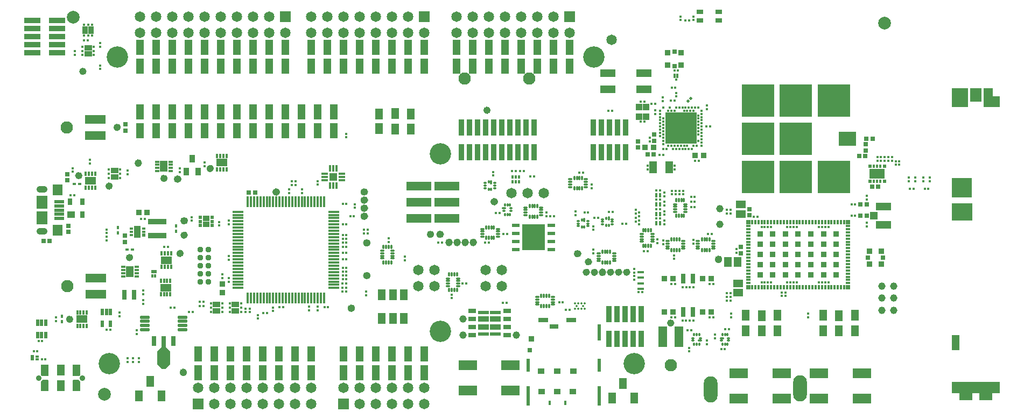
<source format=gts>
G04*
G04 #@! TF.GenerationSoftware,Altium Limited,Altium Designer,19.0.15 (446)*
G04*
G04 Layer_Color=8388736*
%FSLAX24Y24*%
%MOIN*%
G70*
G01*
G75*
%ADD148C,0.0240*%
%ADD149R,0.0979X0.0610*%
%ADD150C,0.0651*%
%ADD151C,0.0139*%
%ADD152R,0.0166X0.0178*%
%ADD153R,0.0316X0.0257*%
%ADD154O,0.0287X0.0118*%
%ADD155R,0.0157X0.0252*%
%ADD156R,0.0257X0.0316*%
%ADD157R,0.0157X0.0146*%
%ADD158R,0.0178X0.0166*%
%ADD159R,0.0146X0.0157*%
%ADD160R,0.0611X0.0493*%
%ADD161R,0.0493X0.0611*%
%ADD162R,0.0257X0.0296*%
%ADD163R,0.1063X0.0866*%
%ADD164R,0.2047X0.2047*%
%ADD165C,0.0454*%
%ADD166R,0.0505X0.0505*%
%ADD167O,0.0434X0.0158*%
%ADD168O,0.0158X0.0434*%
%ADD169R,0.0296X0.0257*%
%ADD170R,0.0118X0.0177*%
%ADD171R,0.0454X0.0690*%
%ADD172O,0.0132X0.0265*%
%ADD173O,0.0265X0.0132*%
%ADD174O,0.0304X0.0132*%
%ADD175R,0.0256X0.0276*%
%ADD176R,0.0296X0.0611*%
%ADD177R,0.0296X0.0729*%
%ADD178O,0.0118X0.0287*%
%ADD179R,0.1949X0.1949*%
%ADD180C,0.0148*%
%ADD181R,0.0560X0.1312*%
%ADD182R,0.0513X0.0237*%
%ADD183R,0.1399X0.1635*%
%ADD184R,0.0316X0.0198*%
%ADD185R,0.0242X0.0207*%
%ADD186R,0.0148X0.0207*%
%ADD187R,0.0406X0.0323*%
%ADD188R,0.0220X0.0209*%
%ADD189R,0.0453X0.0323*%
%ADD190R,0.0157X0.0177*%
%ADD191R,0.0323X0.0453*%
%ADD192R,0.0177X0.0157*%
%ADD193R,0.0355X0.0375*%
G04:AMPARAMS|DCode=194|XSize=15.7mil|YSize=14.6mil|CornerRadius=0mil|HoleSize=0mil|Usage=FLASHONLY|Rotation=315.000|XOffset=0mil|YOffset=0mil|HoleType=Round|Shape=Rectangle|*
%AMROTATEDRECTD194*
4,1,4,-0.0107,0.0004,-0.0004,0.0107,0.0107,-0.0004,0.0004,-0.0107,-0.0107,0.0004,0.0*
%
%ADD194ROTATEDRECTD194*%

%ADD195R,0.0157X0.0244*%
%ADD196R,0.0157X0.0232*%
%ADD197R,0.0493X0.0257*%
%ADD198R,0.0651X0.0198*%
%ADD199R,0.0651X0.0336*%
%ADD200R,0.0158X0.0296*%
%ADD201R,0.0150X0.0130*%
%ADD202R,0.0847X0.0847*%
%ADD203R,0.0395X0.0434*%
%ADD204O,0.0611X0.0217*%
%ADD205R,0.0257X0.0257*%
%ADD206R,0.1143X0.0611*%
%ADD207R,0.0150X0.0209*%
%ADD208R,0.0327X0.0209*%
%ADD209R,0.0209X0.0150*%
%ADD210R,0.0209X0.0327*%
%ADD211R,0.1560X0.0560*%
%ADD212R,0.0926X0.0473*%
%ADD213R,0.0473X0.0454*%
%ADD214R,0.0592X0.0217*%
%ADD215R,0.0670X0.0808*%
%ADD216R,0.0611X0.0690*%
%ADD217R,0.0462X0.0922*%
%ADD218O,0.0157X0.0689*%
%ADD219O,0.0689X0.0157*%
%ADD220O,0.0132X0.0304*%
%ADD221R,0.0690X0.0454*%
%ADD222R,0.0158X0.0296*%
%ADD223R,0.0202X0.0158*%
%ADD224R,0.0454X0.0690*%
%ADD225R,0.0296X0.0158*%
%ADD226R,0.0360X0.0460*%
%ADD227R,0.0158X0.0202*%
%ADD228R,0.0198X0.0414*%
%ADD229R,0.1312X0.0560*%
%ADD230C,0.0787*%
%ADD231R,0.1123X0.0375*%
%ADD232R,0.0414X0.0769*%
%ADD233R,0.0237X0.0158*%
%ADD234R,0.0237X0.0198*%
%ADD235R,0.0359X0.1005*%
%ADD236R,0.0414X0.0336*%
%ADD237R,0.0178X0.0296*%
%ADD238R,0.0237X0.1202*%
%ADD239R,0.0237X0.0808*%
%ADD240R,0.0296X0.0296*%
%ADD241R,0.0355X0.0336*%
%ADD242R,0.0611X0.0257*%
%ADD243R,0.0532X0.0316*%
%ADD244R,0.0237X0.1005*%
%ADD245R,0.0375X0.0355*%
%ADD246R,0.0288X0.0257*%
%ADD247C,0.0138*%
%ADD248R,0.0354X0.0354*%
%ADD249R,0.0252X0.0252*%
%ADD250R,0.0252X0.0157*%
%ADD251R,0.0157X0.0157*%
%ADD252C,0.0370*%
%ADD253R,0.0454X0.0769*%
%ADD254R,0.0360X0.0380*%
%ADD255R,0.0454X0.0395*%
%ADD256R,0.0296X0.0395*%
%ADD257R,0.1005X0.0359*%
%ADD258R,0.0380X0.0360*%
%ADD259R,0.0934X0.0462*%
%ADD260R,0.0434X0.0276*%
%ADD261R,0.0257X0.0288*%
%ADD262R,0.0355X0.0375*%
%ADD263R,0.0454X0.0690*%
%ADD264O,0.0847X0.1635*%
%ADD265C,0.0761*%
%ADD266C,0.0354*%
%ADD267O,0.0690X0.0414*%
%ADD268C,0.1320*%
%ADD269R,0.0651X0.0651*%
G36*
X59502Y19219D02*
X58832D01*
Y20046D01*
X59502D01*
Y19219D01*
D02*
G37*
G36*
X60210Y19554D02*
X60637D01*
Y18904D01*
X59659D01*
Y20046D01*
X60210D01*
Y19554D01*
D02*
G37*
G36*
X58675Y18904D02*
X57691D01*
Y20046D01*
X58675D01*
Y18904D01*
D02*
G37*
G36*
X58931Y13274D02*
X57691D01*
Y14495D01*
X58931D01*
Y13274D01*
D02*
G37*
G36*
X58950Y11845D02*
X57691D01*
Y12920D01*
X58950D01*
Y11845D01*
D02*
G37*
G36*
X58163Y3806D02*
X57691D01*
Y4751D01*
X58163D01*
Y3806D01*
D02*
G37*
G36*
X3686Y2918D02*
X3690Y2916D01*
X3695Y2915D01*
X3697Y2913D01*
X3699Y2912D01*
X3702Y2909D01*
Y2909D01*
X3702D01*
X3705Y2905D01*
X3706Y2904D01*
X3708Y2901D01*
X3710Y2897D01*
X3711Y2893D01*
X3711Y2888D01*
D01*
Y2888D01*
X3711Y2322D01*
X3711Y2317D01*
X3710Y2312D01*
X3708Y2308D01*
X3706Y2305D01*
X3705Y2304D01*
X3702Y2300D01*
X3639Y2237D01*
X3635Y2234D01*
X3631Y2231D01*
X3629Y2230D01*
X3627Y2229D01*
X3622Y2228D01*
X3617Y2228D01*
X3287Y2228D01*
X3287D01*
X3287D01*
X3283Y2228D01*
X3278Y2229D01*
X3276Y2230D01*
X3274Y2231D01*
X3270Y2234D01*
X3266Y2237D01*
Y2237D01*
X3266D01*
X3263Y2240D01*
X3261Y2244D01*
X3260Y2247D01*
X3259Y2249D01*
X3258Y2253D01*
X3257Y2258D01*
Y2258D01*
Y2258D01*
Y2888D01*
X3258Y2893D01*
X3259Y2897D01*
X3261Y2901D01*
X3263Y2905D01*
X3266Y2909D01*
X3270Y2912D01*
X3274Y2915D01*
X3278Y2916D01*
X3283Y2918D01*
X3287Y2918D01*
X3681D01*
D01*
X3681D01*
X3686Y2918D01*
D02*
G37*
G36*
X1717D02*
X1722Y2916D01*
X1726Y2915D01*
X1730Y2912D01*
X1734Y2909D01*
X1737Y2905D01*
X1739Y2901D01*
X1741Y2897D01*
X1742Y2893D01*
X1743Y2888D01*
Y2258D01*
Y2258D01*
Y2258D01*
X1742Y2253D01*
X1741Y2249D01*
X1740Y2247D01*
X1739Y2244D01*
X1737Y2240D01*
X1734Y2237D01*
X1734D01*
Y2237D01*
X1730Y2234D01*
X1726Y2231D01*
X1724Y2230D01*
X1722Y2229D01*
X1717Y2228D01*
X1713Y2228D01*
X1713D01*
X1713D01*
X1383Y2228D01*
X1378Y2228D01*
X1373Y2229D01*
X1371Y2230D01*
X1369Y2231D01*
X1365Y2234D01*
X1361Y2237D01*
X1298Y2300D01*
X1295Y2304D01*
X1294Y2305D01*
X1292Y2308D01*
X1290Y2312D01*
X1289Y2317D01*
X1289Y2322D01*
X1289Y2888D01*
Y2888D01*
D01*
X1289Y2893D01*
X1290Y2897D01*
X1292Y2901D01*
X1294Y2904D01*
X1295Y2905D01*
X1298Y2909D01*
X1298D01*
Y2909D01*
X1301Y2912D01*
X1303Y2913D01*
X1305Y2915D01*
X1310Y2916D01*
X1314Y2918D01*
X1319Y2918D01*
X1319D01*
D01*
X1713D01*
X1717Y2918D01*
D02*
G37*
G36*
X9000Y4024D02*
X9005Y4023D01*
X9009Y4021D01*
X9013Y4019D01*
X9017Y4016D01*
X9273Y3760D01*
X9276Y3756D01*
X9278Y3752D01*
X9280Y3748D01*
X9281Y3743D01*
X9281Y3738D01*
Y2951D01*
X9281Y2946D01*
X9280Y2942D01*
X9278Y2937D01*
X9276Y2933D01*
X9273Y2930D01*
X9017Y2674D01*
X9013Y2671D01*
X9009Y2668D01*
X9005Y2667D01*
X9000Y2665D01*
X8995Y2665D01*
X8759D01*
X8754Y2665D01*
X8750Y2667D01*
X8745Y2668D01*
X8741Y2671D01*
X8738Y2674D01*
X8482Y2930D01*
X8479Y2933D01*
X8476Y2937D01*
X8475Y2942D01*
X8473Y2946D01*
X8473Y2951D01*
Y3738D01*
X8473Y3743D01*
X8475Y3748D01*
X8476Y3752D01*
X8479Y3756D01*
X8482Y3760D01*
X8738Y4016D01*
X8741Y4019D01*
X8745Y4021D01*
X8750Y4023D01*
X8754Y4024D01*
X8759Y4024D01*
X8995D01*
X9000Y4024D01*
D02*
G37*
G36*
X3617Y1973D02*
X3622Y1973D01*
X3627Y1972D01*
X3629Y1971D01*
X3631Y1970D01*
X3635Y1967D01*
X3639Y1964D01*
X3702Y1901D01*
X3705Y1897D01*
X3706Y1895D01*
X3708Y1893D01*
X3710Y1889D01*
X3711Y1884D01*
X3711Y1879D01*
X3711Y1313D01*
Y1313D01*
D01*
X3711Y1308D01*
X3710Y1304D01*
X3708Y1299D01*
X3706Y1297D01*
X3705Y1295D01*
X3702Y1292D01*
X3702D01*
Y1292D01*
X3699Y1289D01*
X3697Y1288D01*
X3695Y1286D01*
X3690Y1284D01*
X3686Y1283D01*
X3681Y1283D01*
X3681D01*
D01*
X3287D01*
X3283Y1283D01*
X3278Y1284D01*
X3274Y1286D01*
X3270Y1289D01*
X3266Y1292D01*
X3263Y1295D01*
X3261Y1299D01*
X3259Y1304D01*
X3258Y1308D01*
X3257Y1313D01*
Y1943D01*
Y1943D01*
Y1943D01*
X3258Y1948D01*
X3259Y1952D01*
X3260Y1954D01*
X3261Y1957D01*
X3263Y1961D01*
X3266Y1964D01*
X3266D01*
Y1964D01*
X3270Y1967D01*
X3274Y1970D01*
X3276Y1971D01*
X3278Y1972D01*
X3283Y1973D01*
X3287Y1973D01*
X3287D01*
X3287D01*
X3617Y1973D01*
D02*
G37*
G36*
X1717Y1973D02*
X1722Y1972D01*
X1724Y1971D01*
X1726Y1970D01*
X1730Y1967D01*
X1734Y1964D01*
Y1964D01*
X1734D01*
X1737Y1961D01*
X1739Y1957D01*
X1740Y1954D01*
X1741Y1952D01*
X1742Y1948D01*
X1743Y1943D01*
Y1943D01*
Y1943D01*
Y1313D01*
X1742Y1308D01*
X1741Y1304D01*
X1739Y1299D01*
X1737Y1295D01*
X1734Y1292D01*
X1730Y1289D01*
X1726Y1286D01*
X1722Y1284D01*
X1717Y1283D01*
X1713Y1283D01*
X1319D01*
D01*
X1319D01*
X1314Y1283D01*
X1310Y1284D01*
X1305Y1286D01*
X1303Y1288D01*
X1301Y1289D01*
X1298Y1292D01*
Y1292D01*
X1298D01*
X1295Y1295D01*
X1294Y1297D01*
X1292Y1299D01*
X1290Y1304D01*
X1289Y1308D01*
X1289Y1313D01*
D01*
Y1313D01*
X1289Y1879D01*
X1289Y1884D01*
X1290Y1889D01*
X1292Y1893D01*
X1294Y1895D01*
X1295Y1897D01*
X1298Y1901D01*
X1361Y1964D01*
X1365Y1967D01*
X1369Y1970D01*
X1371Y1971D01*
X1373Y1972D01*
X1378Y1973D01*
X1383Y1973D01*
X1713Y1973D01*
X1713D01*
X1713D01*
X1717Y1973D01*
D02*
G37*
G36*
X60643Y1148D02*
X60171D01*
Y715D01*
X59384D01*
Y1148D01*
X58950D01*
Y715D01*
X58163D01*
Y1148D01*
X57691D01*
Y1857D01*
X60643D01*
Y1148D01*
D02*
G37*
D148*
X29470Y13022D02*
G03*
X29470Y13022I-110J0D01*
G01*
X29448D02*
G03*
X29448Y13022I-110J0D01*
G01*
X43348Y9461D02*
G03*
X43348Y9461I-110J0D01*
G01*
Y9439D02*
G03*
X43348Y9439I-110J0D01*
G01*
X40387Y5502D02*
G03*
X40387Y5502I-110J0D01*
G01*
X35660Y8649D02*
G03*
X35660Y8649I-110J0D01*
G01*
X36660Y8651D02*
G03*
X36660Y8651I-110J0D01*
G01*
X37660D02*
G03*
X37660Y8651I-110J0D01*
G01*
X37160D02*
G03*
X37160Y8651I-110J0D01*
G01*
X36160Y8639D02*
G03*
X36160Y8639I-110J0D01*
G01*
Y8661D02*
G03*
X36160Y8661I-110J0D01*
G01*
X35160Y8651D02*
G03*
X35160Y8651I-110J0D01*
G01*
X29011Y18690D02*
G03*
X29011Y18690I-110J0D01*
G01*
X34609Y9800D02*
G03*
X34609Y9800I-110J0D01*
G01*
X34631D02*
G03*
X34631Y9800I-110J0D01*
G01*
X3735Y14639D02*
G03*
X3735Y14639I-110J0D01*
G01*
X9011Y14470D02*
G03*
X9011Y14470I-110J0D01*
G01*
X9867Y14424D02*
G03*
X9867Y14424I-110J0D01*
G01*
X9845D02*
G03*
X9845Y14424I-110J0D01*
G01*
X11870Y15081D02*
G03*
X11870Y15081I-110J0D01*
G01*
X10006Y9817D02*
G03*
X10006Y9817I-110J0D01*
G01*
X6879Y9560D02*
G03*
X6879Y9560I-110J0D01*
G01*
X3170Y5739D02*
G03*
X3170Y5739I-110J0D01*
G01*
X10210Y2439D02*
G03*
X10210Y2439I-110J0D01*
G01*
Y2461D02*
G03*
X10210Y2461I-110J0D01*
G01*
X10259Y10950D02*
G03*
X10259Y10950I-110J0D01*
G01*
X10271Y11844D02*
G03*
X10271Y11844I-110J0D01*
G01*
X10249D02*
G03*
X10249Y11844I-110J0D01*
G01*
X26660Y10511D02*
G03*
X26660Y10511I-110J0D01*
G01*
Y10489D02*
G03*
X26660Y10489I-110J0D01*
G01*
X27160Y10511D02*
G03*
X27160Y10511I-110J0D01*
G01*
Y10489D02*
G03*
X27160Y10489I-110J0D01*
G01*
X27660Y10511D02*
G03*
X27660Y10511I-110J0D01*
G01*
Y10489D02*
G03*
X27660Y10489I-110J0D01*
G01*
X28160Y10511D02*
G03*
X28160Y10511I-110J0D01*
G01*
Y10489D02*
G03*
X28160Y10489I-110J0D01*
G01*
X7419Y15424D02*
G03*
X7419Y15424I-110J0D01*
G01*
Y15402D02*
G03*
X7419Y15402I-110J0D01*
G01*
X21561Y10474D02*
G03*
X21561Y10474I-110J0D01*
G01*
X21583D02*
G03*
X21583Y10474I-110J0D01*
G01*
X21401Y12120D02*
G03*
X21401Y12120I-110J0D01*
G01*
X21423D02*
G03*
X21423Y12120I-110J0D01*
G01*
X15948Y13622D02*
G03*
X15948Y13622I-110J0D01*
G01*
X15970D02*
G03*
X15970Y13622I-110J0D01*
G01*
X21401Y12620D02*
G03*
X21401Y12620I-110J0D01*
G01*
X21423D02*
G03*
X21423Y12620I-110J0D01*
G01*
X21401Y13120D02*
G03*
X21401Y13120I-110J0D01*
G01*
X21423D02*
G03*
X21423Y13120I-110J0D01*
G01*
X21401Y13628D02*
G03*
X21401Y13628I-110J0D01*
G01*
X21423D02*
G03*
X21423Y13628I-110J0D01*
G01*
X21561Y8445D02*
G03*
X21561Y8445I-110J0D01*
G01*
X21583D02*
G03*
X21583Y8445I-110J0D01*
G01*
X20599Y6420D02*
G03*
X20599Y6420I-110J0D01*
G01*
X20621D02*
G03*
X20621Y6420I-110J0D01*
G01*
X26121Y11000D02*
G03*
X26121Y11000I-110J0D01*
G01*
X26099D02*
G03*
X26099Y11000I-110J0D01*
G01*
X25509D02*
G03*
X25509Y11000I-110J0D01*
G01*
X3990Y21101D02*
G03*
X3990Y21101I-110J0D01*
G01*
X5616Y13990D02*
G03*
X5616Y13990I-110J0D01*
G01*
X35291Y9296D02*
G03*
X35291Y9296I-110J0D01*
G01*
X6110Y17631D02*
G03*
X6110Y17631I-110J0D01*
G01*
D149*
X53050Y14750D02*
D03*
D150*
X32400Y13570D02*
D03*
X30400D02*
D03*
X31400D02*
D03*
X28800Y7800D02*
D03*
Y8800D02*
D03*
X29800Y7800D02*
D03*
Y8800D02*
D03*
X25650D02*
D03*
X24650D02*
D03*
X25650Y7800D02*
D03*
X24650D02*
D03*
X28000Y24500D02*
D03*
Y23500D02*
D03*
X29000D02*
D03*
Y24500D02*
D03*
X31000Y23500D02*
D03*
Y24500D02*
D03*
X34000Y23500D02*
D03*
X33000Y24500D02*
D03*
Y23500D02*
D03*
X32000Y24500D02*
D03*
Y23500D02*
D03*
X30000Y24500D02*
D03*
Y23500D02*
D03*
X27000D02*
D03*
Y24500D02*
D03*
X36600Y23050D02*
D03*
X18000Y500D02*
D03*
Y1500D02*
D03*
X15000D02*
D03*
Y500D02*
D03*
X13000Y1500D02*
D03*
Y500D02*
D03*
X12000Y1500D02*
D03*
Y500D02*
D03*
X11000Y1500D02*
D03*
X14000Y500D02*
D03*
Y1500D02*
D03*
X16000Y500D02*
D03*
Y1500D02*
D03*
X17000D02*
D03*
Y500D02*
D03*
X25000Y1500D02*
D03*
Y500D02*
D03*
X23000Y1500D02*
D03*
Y500D02*
D03*
X20000Y1500D02*
D03*
X21000Y500D02*
D03*
Y1500D02*
D03*
X22000Y500D02*
D03*
Y1500D02*
D03*
X24000Y500D02*
D03*
Y1500D02*
D03*
X18000Y24500D02*
D03*
Y23500D02*
D03*
X21000D02*
D03*
Y24500D02*
D03*
X23000Y23500D02*
D03*
Y24500D02*
D03*
X24000Y23500D02*
D03*
Y24500D02*
D03*
X25000Y23500D02*
D03*
X22000Y24500D02*
D03*
Y23500D02*
D03*
X20000Y24500D02*
D03*
Y23500D02*
D03*
X19000D02*
D03*
Y24500D02*
D03*
X7400D02*
D03*
Y23500D02*
D03*
X8400D02*
D03*
Y24500D02*
D03*
X10400D02*
D03*
Y23500D02*
D03*
X11400D02*
D03*
Y24500D02*
D03*
X13400Y23500D02*
D03*
Y24500D02*
D03*
X16400Y23500D02*
D03*
X15400Y24500D02*
D03*
Y23500D02*
D03*
X14400Y24500D02*
D03*
Y23500D02*
D03*
X12400Y24500D02*
D03*
Y23500D02*
D03*
X9400D02*
D03*
Y24500D02*
D03*
D151*
X29482Y13022D02*
D03*
X29216D02*
D03*
X43238Y9317D02*
D03*
Y9583D02*
D03*
X40399Y5502D02*
D03*
X40153D02*
D03*
X35550Y8527D02*
D03*
Y8773D02*
D03*
X36550D02*
D03*
Y8527D02*
D03*
X37550Y8773D02*
D03*
Y8527D02*
D03*
X37050Y8773D02*
D03*
Y8527D02*
D03*
X36050Y8517D02*
D03*
Y8783D02*
D03*
X35050Y8773D02*
D03*
Y8527D02*
D03*
X29023Y18690D02*
D03*
X28777D02*
D03*
X34377Y9800D02*
D03*
X34643D02*
D03*
X3625Y14763D02*
D03*
Y14517D02*
D03*
X9023Y14470D02*
D03*
X8777D02*
D03*
X9879Y14424D02*
D03*
X9613D02*
D03*
X11760Y14957D02*
D03*
Y15203D02*
D03*
X9896Y9941D02*
D03*
Y9695D02*
D03*
X6647Y9560D02*
D03*
X6893D02*
D03*
X3060Y5617D02*
D03*
Y5863D02*
D03*
X10100Y2317D02*
D03*
Y2583D02*
D03*
X10273Y10950D02*
D03*
X10027D02*
D03*
X10283Y11844D02*
D03*
X10017D02*
D03*
X26550Y10633D02*
D03*
Y10367D02*
D03*
X27050Y10633D02*
D03*
Y10367D02*
D03*
X27550Y10633D02*
D03*
Y10367D02*
D03*
X28050Y10633D02*
D03*
Y10367D02*
D03*
X7309Y15546D02*
D03*
Y15280D02*
D03*
X21329Y10474D02*
D03*
X21595D02*
D03*
X21169Y12120D02*
D03*
X21435D02*
D03*
X15716Y13622D02*
D03*
X15982D02*
D03*
X21169Y12620D02*
D03*
X21435D02*
D03*
X21169Y13120D02*
D03*
X21435D02*
D03*
X21169Y13628D02*
D03*
X21435D02*
D03*
X21329Y8445D02*
D03*
X21595D02*
D03*
X20367Y6420D02*
D03*
X20633D02*
D03*
X26133Y11000D02*
D03*
X25867D02*
D03*
X25277D02*
D03*
X25523D02*
D03*
X3880Y20977D02*
D03*
Y21223D02*
D03*
X5382Y13990D02*
D03*
X5628D02*
D03*
X35057Y9296D02*
D03*
X35303D02*
D03*
X6000Y17507D02*
D03*
Y17753D02*
D03*
D152*
X28788Y10480D02*
D03*
X45652Y12090D02*
D03*
X45428D02*
D03*
X55322Y13826D02*
D03*
X43746Y7343D02*
D03*
X43970D02*
D03*
X38522Y7410D02*
D03*
X38298D02*
D03*
X40726Y21151D02*
D03*
X40501D02*
D03*
X31588Y14580D02*
D03*
X31812D02*
D03*
X42907Y5854D02*
D03*
X42682D02*
D03*
X42907Y7921D02*
D03*
X42682D02*
D03*
X40545Y5854D02*
D03*
X40320D02*
D03*
X40545Y7921D02*
D03*
X40320D02*
D03*
X41232Y5650D02*
D03*
X41008D02*
D03*
X41672D02*
D03*
X41448D02*
D03*
X41012Y7717D02*
D03*
X41237D02*
D03*
X41452D02*
D03*
X41677D02*
D03*
X43408Y3890D02*
D03*
X43632D02*
D03*
X31182Y14920D02*
D03*
X30958D02*
D03*
X41762Y12690D02*
D03*
X41538D02*
D03*
X41762Y13010D02*
D03*
X41538D02*
D03*
X41762Y13330D02*
D03*
X41538D02*
D03*
X21288Y11065D02*
D03*
X21512D02*
D03*
X21288Y11300D02*
D03*
X21512D02*
D03*
X20194Y11615D02*
D03*
X19969D02*
D03*
X20194Y10947D02*
D03*
X19969D02*
D03*
X20194Y10710D02*
D03*
X19969D02*
D03*
X20194Y10474D02*
D03*
X19969D02*
D03*
X20194Y9843D02*
D03*
X19969D02*
D03*
Y9449D02*
D03*
X20194D02*
D03*
Y8919D02*
D03*
X19969D02*
D03*
X20194Y8682D02*
D03*
X19969D02*
D03*
X20194Y8445D02*
D03*
X19969D02*
D03*
X20194Y8208D02*
D03*
X19969D02*
D03*
X19966Y7950D02*
D03*
X20190D02*
D03*
X19966Y7700D02*
D03*
X20190D02*
D03*
X19966Y7454D02*
D03*
X20190D02*
D03*
X9152Y10210D02*
D03*
X8928D02*
D03*
X1338Y3250D02*
D03*
X1562D02*
D03*
X11351Y6813D02*
D03*
X11127D02*
D03*
X1062Y3750D02*
D03*
X838D02*
D03*
X9318Y6440D02*
D03*
X9542D02*
D03*
X10458Y6190D02*
D03*
X10682D02*
D03*
X39612Y13720D02*
D03*
X39388D02*
D03*
X39612Y13140D02*
D03*
X39388D02*
D03*
X39612Y12560D02*
D03*
X39388D02*
D03*
X39612Y11980D02*
D03*
X39388D02*
D03*
X43872Y5130D02*
D03*
X43648D02*
D03*
X41318Y5050D02*
D03*
X41542D02*
D03*
X36418Y18670D02*
D03*
X36642D02*
D03*
X27388Y7970D02*
D03*
X27612D02*
D03*
X34618Y14830D02*
D03*
X34842D02*
D03*
X25888Y10500D02*
D03*
X26112D02*
D03*
X20194Y12902D02*
D03*
X19969D02*
D03*
X37298Y11640D02*
D03*
X37522D02*
D03*
X35772Y12010D02*
D03*
X35548D02*
D03*
X29012Y10480D02*
D03*
X42578Y11010D02*
D03*
X42802D02*
D03*
X41777Y15542D02*
D03*
X42002D02*
D03*
X55098Y13826D02*
D03*
X3948Y23010D02*
D03*
X4172D02*
D03*
X15282Y6120D02*
D03*
X15058D02*
D03*
X20438Y12124D02*
D03*
X20662D02*
D03*
X41411Y24263D02*
D03*
X41187Y24263D02*
D03*
D153*
X53130Y13946D02*
D03*
X52756D02*
D03*
X52030Y12866D02*
D03*
X52404D02*
D03*
X52030Y12157D02*
D03*
X51939Y15846D02*
D03*
X52313D02*
D03*
X52404Y12157D02*
D03*
X1448Y10600D02*
D03*
X1822D02*
D03*
D154*
X28613Y11181D02*
D03*
X32262Y12666D02*
D03*
Y12509D02*
D03*
Y12351D02*
D03*
Y12194D02*
D03*
X31298D02*
D03*
Y12351D02*
D03*
Y12509D02*
D03*
Y12666D02*
D03*
X38485Y10544D02*
D03*
Y10701D02*
D03*
Y10859D02*
D03*
Y11016D02*
D03*
X39135Y11016D02*
D03*
Y10859D02*
D03*
Y10701D02*
D03*
Y10544D02*
D03*
X41185Y12866D02*
D03*
Y12709D02*
D03*
Y12551D02*
D03*
Y12394D02*
D03*
X40535D02*
D03*
X40535Y12551D02*
D03*
Y12709D02*
D03*
Y12866D02*
D03*
X35029Y14406D02*
D03*
Y14249D02*
D03*
Y14091D02*
D03*
Y13934D02*
D03*
X34065D02*
D03*
Y14091D02*
D03*
Y14249D02*
D03*
Y14406D02*
D03*
X32982Y7116D02*
D03*
Y6958D02*
D03*
Y6801D02*
D03*
Y6643D02*
D03*
X32018D02*
D03*
Y6801D02*
D03*
Y6958D02*
D03*
Y7116D02*
D03*
X35804Y9346D02*
D03*
Y9503D02*
D03*
Y9661D02*
D03*
Y9818D02*
D03*
X36769D02*
D03*
Y9661D02*
D03*
Y9503D02*
D03*
Y9346D02*
D03*
X23059Y9983D02*
D03*
Y9826D02*
D03*
Y9668D02*
D03*
Y9511D02*
D03*
X22410D02*
D03*
Y9668D02*
D03*
Y9826D02*
D03*
Y9983D02*
D03*
X26475Y7799D02*
D03*
Y7956D02*
D03*
Y8114D02*
D03*
Y8271D02*
D03*
X27125D02*
D03*
Y8114D02*
D03*
Y7956D02*
D03*
Y7799D02*
D03*
X29578Y11339D02*
D03*
Y11181D02*
D03*
Y11024D02*
D03*
Y10866D02*
D03*
X28613D02*
D03*
Y11024D02*
D03*
Y11339D02*
D03*
X41965Y10112D02*
D03*
Y10270D02*
D03*
Y10427D02*
D03*
Y10585D02*
D03*
X42930D02*
D03*
Y10427D02*
D03*
Y10270D02*
D03*
Y10112D02*
D03*
X40082Y10112D02*
D03*
Y10270D02*
D03*
Y10427D02*
D03*
Y10585D02*
D03*
X41047D02*
D03*
Y10427D02*
D03*
Y10270D02*
D03*
Y10112D02*
D03*
D155*
X45508Y11765D02*
D03*
X45311D02*
D03*
X47280Y7734D02*
D03*
X45311D02*
D03*
X45705Y11765D02*
D03*
X45902D02*
D03*
X46099D02*
D03*
X46295D02*
D03*
X46492D02*
D03*
X46689D02*
D03*
X46886D02*
D03*
X47083D02*
D03*
X47280D02*
D03*
X47477D02*
D03*
X47673D02*
D03*
X47870D02*
D03*
X48067D02*
D03*
X48264D02*
D03*
X48461D02*
D03*
X48658D02*
D03*
X48854D02*
D03*
X49051D02*
D03*
X49248D02*
D03*
X49445D02*
D03*
X49642D02*
D03*
X49839D02*
D03*
X50036D02*
D03*
X50232D02*
D03*
X50429D02*
D03*
X50626D02*
D03*
X50823D02*
D03*
X51020D02*
D03*
X50823Y7734D02*
D03*
X50626D02*
D03*
X50429D02*
D03*
X50232D02*
D03*
X50036D02*
D03*
X49839D02*
D03*
X49642D02*
D03*
X49445D02*
D03*
X49248D02*
D03*
X49051D02*
D03*
X48854D02*
D03*
X48658D02*
D03*
X48461D02*
D03*
X48264D02*
D03*
X48067D02*
D03*
X47870D02*
D03*
X47673D02*
D03*
X47477D02*
D03*
X47083D02*
D03*
X46886D02*
D03*
X46689D02*
D03*
X46492D02*
D03*
X46295D02*
D03*
X46099D02*
D03*
X45902D02*
D03*
X45705D02*
D03*
X45508D02*
D03*
X51020D02*
D03*
D156*
X45150Y12173D02*
D03*
Y12547D02*
D03*
X2925Y14727D02*
D03*
Y14353D02*
D03*
X38256Y16760D02*
D03*
Y16386D02*
D03*
X2971Y11518D02*
D03*
Y11144D02*
D03*
D157*
X47380Y7402D02*
D03*
X55427Y14288D02*
D03*
X55900D02*
D03*
X43975Y7117D02*
D03*
X43754D02*
D03*
X47380Y7178D02*
D03*
X43975Y6893D02*
D03*
X43754D02*
D03*
X44338Y9865D02*
D03*
Y10090D02*
D03*
X52413Y13373D02*
D03*
Y13148D02*
D03*
Y11718D02*
D03*
Y11494D02*
D03*
X55900Y14513D02*
D03*
X55427D02*
D03*
X55000D02*
D03*
Y14288D02*
D03*
X32580Y12128D02*
D03*
Y12352D02*
D03*
X42513Y4414D02*
D03*
Y4189D02*
D03*
X43000Y4568D02*
D03*
X43000Y4792D02*
D03*
X41692Y24278D02*
D03*
Y24503D02*
D03*
X39770Y19258D02*
D03*
Y19482D02*
D03*
X7200Y5063D02*
D03*
Y4838D02*
D03*
X11400Y15463D02*
D03*
Y15238D02*
D03*
X9870Y15080D02*
D03*
Y14856D02*
D03*
X3255Y14878D02*
D03*
Y15103D02*
D03*
X35397Y13866D02*
D03*
Y14090D02*
D03*
X41680Y10659D02*
D03*
Y10435D02*
D03*
X39800Y10622D02*
D03*
Y10398D02*
D03*
X35477Y10044D02*
D03*
Y9820D02*
D03*
X22813Y10741D02*
D03*
Y10517D02*
D03*
X29290Y14872D02*
D03*
Y14648D02*
D03*
X39870Y11628D02*
D03*
Y11852D02*
D03*
Y12208D02*
D03*
Y12432D02*
D03*
Y12788D02*
D03*
Y13012D02*
D03*
Y13592D02*
D03*
Y13368D02*
D03*
X41050Y13478D02*
D03*
Y13702D02*
D03*
X26721Y7040D02*
D03*
Y7265D02*
D03*
X16647Y13784D02*
D03*
Y13559D02*
D03*
X18420Y14078D02*
D03*
Y14303D02*
D03*
X17434Y13559D02*
D03*
Y13784D02*
D03*
X12900Y8282D02*
D03*
Y8058D02*
D03*
Y9652D02*
D03*
Y9428D02*
D03*
Y11628D02*
D03*
Y11852D02*
D03*
X42503Y18771D02*
D03*
Y18995D02*
D03*
X40876Y24503D02*
D03*
Y24278D02*
D03*
X40510Y15038D02*
D03*
Y15262D02*
D03*
X38850Y15262D02*
D03*
Y15038D02*
D03*
X39303Y18471D02*
D03*
Y18695D02*
D03*
X38976Y16771D02*
D03*
Y16995D02*
D03*
X53750Y15566D02*
D03*
Y15790D02*
D03*
X53976Y15566D02*
D03*
Y15790D02*
D03*
X53297Y15566D02*
D03*
Y15790D02*
D03*
X53071Y15566D02*
D03*
Y15790D02*
D03*
D158*
X47150Y7402D02*
D03*
Y7178D02*
D03*
X41430Y3747D02*
D03*
Y3972D02*
D03*
X38010Y8188D02*
D03*
Y8412D02*
D03*
Y8862D02*
D03*
Y8638D02*
D03*
X40590Y13702D02*
D03*
Y13478D02*
D03*
X13960Y6178D02*
D03*
Y6402D02*
D03*
X20170Y17232D02*
D03*
Y17008D02*
D03*
X53524Y15566D02*
D03*
Y15790D02*
D03*
X4325Y15623D02*
D03*
Y15398D02*
D03*
X2220Y5638D02*
D03*
Y5863D02*
D03*
X7600Y7288D02*
D03*
Y7513D02*
D03*
Y6913D02*
D03*
Y6688D02*
D03*
X7334Y3318D02*
D03*
Y3094D02*
D03*
X6980Y3088D02*
D03*
Y3313D02*
D03*
X6650Y3088D02*
D03*
Y3313D02*
D03*
X6152Y6163D02*
D03*
Y5938D02*
D03*
X5363Y11303D02*
D03*
Y11078D02*
D03*
Y10863D02*
D03*
Y10638D02*
D03*
X10606Y12067D02*
D03*
Y11843D02*
D03*
X12300Y11543D02*
D03*
Y11767D02*
D03*
X38330Y12128D02*
D03*
Y12352D02*
D03*
X38100Y12512D02*
D03*
Y12288D02*
D03*
X38330Y11618D02*
D03*
Y11842D02*
D03*
X38100Y12022D02*
D03*
Y11798D02*
D03*
X39440Y10692D02*
D03*
Y10468D02*
D03*
X40480Y9478D02*
D03*
Y9702D02*
D03*
X40820Y13702D02*
D03*
Y13478D02*
D03*
X40360Y13478D02*
D03*
Y13702D02*
D03*
X54203Y15310D02*
D03*
Y15534D02*
D03*
X54429D02*
D03*
Y15310D02*
D03*
X14220Y6402D02*
D03*
Y6178D02*
D03*
X35470Y11502D02*
D03*
Y11278D02*
D03*
X34380Y12188D02*
D03*
Y12412D02*
D03*
X40600Y19548D02*
D03*
Y19772D02*
D03*
X14730Y6002D02*
D03*
Y5778D02*
D03*
X21400Y7238D02*
D03*
Y7463D02*
D03*
X6635Y14956D02*
D03*
Y14732D02*
D03*
X16824Y14059D02*
D03*
Y14283D02*
D03*
X17061Y14059D02*
D03*
Y14283D02*
D03*
X15663Y6246D02*
D03*
Y6471D02*
D03*
X56332Y14511D02*
D03*
X56332Y14286D02*
D03*
X12500Y8288D02*
D03*
Y8512D02*
D03*
X3396Y22353D02*
D03*
Y22128D02*
D03*
X4955Y21242D02*
D03*
Y21467D02*
D03*
X4946Y22638D02*
D03*
Y22863D02*
D03*
X18419Y6521D02*
D03*
Y6296D02*
D03*
X17875Y6521D02*
D03*
Y6296D02*
D03*
X23800Y9388D02*
D03*
Y9613D02*
D03*
X20700Y12642D02*
D03*
Y12867D02*
D03*
X48782Y5855D02*
D03*
Y6080D02*
D03*
X44004Y5856D02*
D03*
Y6080D02*
D03*
D159*
X51699Y12157D02*
D03*
X56008Y13826D02*
D03*
X43982Y12530D02*
D03*
X43758D02*
D03*
X43982Y12290D02*
D03*
X43758D02*
D03*
X51474Y12157D02*
D03*
Y12866D02*
D03*
X51699D02*
D03*
X56232Y13826D02*
D03*
X38618Y9950D02*
D03*
X38842D02*
D03*
X29448Y12320D02*
D03*
X29672D02*
D03*
X33042Y12110D02*
D03*
X32818D02*
D03*
X30112Y6750D02*
D03*
X29888D02*
D03*
X7712Y11950D02*
D03*
X7488D02*
D03*
X1362Y4400D02*
D03*
X1138D02*
D03*
X5356Y5096D02*
D03*
X5580D02*
D03*
X3113Y13430D02*
D03*
X3337D02*
D03*
X33370Y6801D02*
D03*
X33594D02*
D03*
X33788Y6330D02*
D03*
X34012D02*
D03*
X36672Y12380D02*
D03*
X36448D02*
D03*
X35162Y12350D02*
D03*
X34938D02*
D03*
X30140Y11024D02*
D03*
X29915D02*
D03*
X11128Y6550D02*
D03*
X11352D02*
D03*
X19969Y10237D02*
D03*
X20194D02*
D03*
X18838Y6500D02*
D03*
X19062D02*
D03*
X16058Y6490D02*
D03*
X16282D02*
D03*
X42491Y17683D02*
D03*
X42715D02*
D03*
X40565Y20083D02*
D03*
X40341D02*
D03*
X40515Y19283D02*
D03*
X40291D02*
D03*
X39078Y19090D02*
D03*
X39302D02*
D03*
X39822Y15920D02*
D03*
X39598D02*
D03*
X38652Y19210D02*
D03*
X38428D02*
D03*
X38428Y17980D02*
D03*
X38652D02*
D03*
X30458Y14920D02*
D03*
X30682D02*
D03*
D160*
X44433Y7373D02*
D03*
Y7964D02*
D03*
X44620Y12855D02*
D03*
Y12265D02*
D03*
D161*
X44415Y9275D02*
D03*
X43825D02*
D03*
D162*
X44625Y9813D02*
D03*
Y10207D02*
D03*
X6471Y10916D02*
D03*
Y10522D02*
D03*
X39266Y16796D02*
D03*
Y17190D02*
D03*
D163*
X51220Y16929D02*
D03*
D164*
X50394Y19291D02*
D03*
Y14567D02*
D03*
X48032Y19291D02*
D03*
Y16929D02*
D03*
Y14567D02*
D03*
X45669Y19291D02*
D03*
Y16929D02*
D03*
Y14567D02*
D03*
D165*
X53346Y6299D02*
D03*
Y7049D02*
D03*
Y7799D02*
D03*
X54096Y6299D02*
D03*
Y7049D02*
D03*
Y7799D02*
D03*
X43307Y11614D02*
D03*
Y12598D02*
D03*
X30707Y4740D02*
D03*
X27407Y4740D02*
D03*
Y5740D02*
D03*
D166*
X19381Y14550D02*
D03*
D167*
X19913Y14747D02*
D03*
Y14550D02*
D03*
Y14354D02*
D03*
X18850D02*
D03*
Y14550D02*
D03*
Y14747D02*
D03*
D168*
X19578Y14019D02*
D03*
X19381D02*
D03*
X19184D02*
D03*
Y15082D02*
D03*
X19381D02*
D03*
X19578D02*
D03*
D169*
X52392Y16929D02*
D03*
X52785D02*
D03*
X14153Y13600D02*
D03*
X14547D02*
D03*
X39227Y15970D02*
D03*
X38833D02*
D03*
D170*
X38548Y8313D02*
D03*
X38410D02*
D03*
X38272D02*
D03*
Y8647D02*
D03*
X38410D02*
D03*
X38548D02*
D03*
Y7633D02*
D03*
X38410D02*
D03*
X38272D02*
D03*
Y7967D02*
D03*
X38410D02*
D03*
X38548D02*
D03*
D171*
X24184Y17528D02*
D03*
X44921Y5984D02*
D03*
X45906Y5039D02*
D03*
X46890Y5984D02*
D03*
X49703D02*
D03*
X50687Y5039D02*
D03*
X51672Y5984D02*
D03*
X22216Y18472D02*
D03*
X23200Y17528D02*
D03*
X24184Y18472D02*
D03*
X8048Y1880D02*
D03*
X7359Y974D02*
D03*
X8737D02*
D03*
X2500Y2573D02*
D03*
Y1628D02*
D03*
X37323Y1752D02*
D03*
X36634Y846D02*
D03*
X38012D02*
D03*
X23764Y5803D02*
D03*
X23075D02*
D03*
X22386D02*
D03*
Y7259D02*
D03*
X23075D02*
D03*
X23764D02*
D03*
D172*
X30013Y12833D02*
D03*
X30170D02*
D03*
X30327D02*
D03*
Y12227D02*
D03*
X30170D02*
D03*
X30013D02*
D03*
X42046Y4791D02*
D03*
X41889Y4791D02*
D03*
X41731Y4791D02*
D03*
Y4185D02*
D03*
X41889D02*
D03*
X42046D02*
D03*
X43481Y4185D02*
D03*
X43639D02*
D03*
X43796D02*
D03*
X43796Y4791D02*
D03*
X43639Y4791D02*
D03*
X43481D02*
D03*
X29161Y13800D02*
D03*
X29004D02*
D03*
Y14248D02*
D03*
X34929Y11446D02*
D03*
X34771D02*
D03*
Y11894D02*
D03*
X36439Y11556D02*
D03*
X36281D02*
D03*
Y12004D02*
D03*
D173*
X30394Y12609D02*
D03*
Y12451D02*
D03*
X29946D02*
D03*
X42113Y4567D02*
D03*
X41665D02*
D03*
Y4409D02*
D03*
X43415Y4409D02*
D03*
X43863D02*
D03*
Y4567D02*
D03*
X29385Y14181D02*
D03*
Y14024D02*
D03*
Y13866D02*
D03*
X28780D02*
D03*
Y14024D02*
D03*
Y14181D02*
D03*
X35153Y11827D02*
D03*
Y11670D02*
D03*
Y11513D02*
D03*
X34547D02*
D03*
Y11670D02*
D03*
Y11827D02*
D03*
X36663Y11937D02*
D03*
Y11780D02*
D03*
Y11623D02*
D03*
X36057D02*
D03*
Y11780D02*
D03*
Y11937D02*
D03*
D174*
X29966Y12609D02*
D03*
X42093Y4409D02*
D03*
X43434Y4567D02*
D03*
D175*
X52362Y16575D02*
D03*
Y16181D02*
D03*
X6500Y17826D02*
D03*
Y17433D02*
D03*
D176*
X9468Y4388D02*
D03*
X8287D02*
D03*
D177*
X8877Y4329D02*
D03*
D178*
X32016Y12105D02*
D03*
X31859D02*
D03*
X31701D02*
D03*
X31544D02*
D03*
Y12755D02*
D03*
X31701Y12755D02*
D03*
X31859D02*
D03*
X32016D02*
D03*
X39046Y10298D02*
D03*
X38889D02*
D03*
X38731D02*
D03*
X38574D02*
D03*
Y11262D02*
D03*
X38731D02*
D03*
X38889D02*
D03*
X39046D02*
D03*
X40624Y13112D02*
D03*
X40781D02*
D03*
X40939D02*
D03*
X41096D02*
D03*
Y12148D02*
D03*
X40939D02*
D03*
X40781D02*
D03*
X40624D02*
D03*
X34783Y13845D02*
D03*
X34626D02*
D03*
X34468D02*
D03*
X34311D02*
D03*
Y14495D02*
D03*
X34468D02*
D03*
X34626D02*
D03*
X34783D02*
D03*
X32736Y6555D02*
D03*
X32579D02*
D03*
X32421D02*
D03*
X32264D02*
D03*
Y7204D02*
D03*
X32421D02*
D03*
X32579D02*
D03*
X32736D02*
D03*
X36050Y9907D02*
D03*
X36208D02*
D03*
X36365D02*
D03*
X36523D02*
D03*
Y9257D02*
D03*
X36365D02*
D03*
X36208D02*
D03*
X36050D02*
D03*
X22498Y10229D02*
D03*
X22656D02*
D03*
X22813D02*
D03*
X22971D02*
D03*
Y9265D02*
D03*
X22813D02*
D03*
X22656D02*
D03*
X22498D02*
D03*
X27036Y7553D02*
D03*
X26879D02*
D03*
X26721D02*
D03*
X26564D02*
D03*
Y8517D02*
D03*
X26721D02*
D03*
X26879D02*
D03*
X27036D02*
D03*
X29332Y10778D02*
D03*
X29174D02*
D03*
X29017D02*
D03*
X28859D02*
D03*
Y11427D02*
D03*
X29017D02*
D03*
X29174D02*
D03*
X29332D02*
D03*
X42211Y10673D02*
D03*
X42369D02*
D03*
X42526D02*
D03*
X42684D02*
D03*
Y10024D02*
D03*
X42526D02*
D03*
X42369D02*
D03*
X42211D02*
D03*
X40328Y10673D02*
D03*
X40486D02*
D03*
X40643D02*
D03*
X40800D02*
D03*
Y10024D02*
D03*
X40643D02*
D03*
X40486D02*
D03*
X40328D02*
D03*
D179*
X40903Y17583D02*
D03*
D180*
X42183Y18666D02*
D03*
Y18469D02*
D03*
Y18272D02*
D03*
Y18075D02*
D03*
Y17878D02*
D03*
Y17681D02*
D03*
Y17485D02*
D03*
Y17288D02*
D03*
Y17091D02*
D03*
Y16894D02*
D03*
Y16697D02*
D03*
Y16500D02*
D03*
X41986Y18863D02*
D03*
Y18370D02*
D03*
Y18174D02*
D03*
Y17977D02*
D03*
Y17780D02*
D03*
Y17583D02*
D03*
Y17386D02*
D03*
Y17189D02*
D03*
Y16796D02*
D03*
X41887Y16500D02*
D03*
X41789Y18863D02*
D03*
X41691Y18666D02*
D03*
Y16500D02*
D03*
X41592Y18863D02*
D03*
Y16304D02*
D03*
X41494Y18666D02*
D03*
X41395Y18863D02*
D03*
Y16304D02*
D03*
X41297Y18666D02*
D03*
Y16500D02*
D03*
X41198Y18863D02*
D03*
Y16304D02*
D03*
X41100Y18666D02*
D03*
Y16500D02*
D03*
X41002Y18863D02*
D03*
Y16304D02*
D03*
X40903Y16500D02*
D03*
X40805Y18863D02*
D03*
Y16304D02*
D03*
X40706Y16500D02*
D03*
X40608Y18863D02*
D03*
Y16304D02*
D03*
X40509Y18666D02*
D03*
Y16500D02*
D03*
X40411Y16304D02*
D03*
X40313Y18666D02*
D03*
Y16500D02*
D03*
X40214Y18863D02*
D03*
X40116Y16500D02*
D03*
X40017Y16304D02*
D03*
X40116Y18666D02*
D03*
X39820Y18863D02*
D03*
Y18174D02*
D03*
Y17977D02*
D03*
Y17780D02*
D03*
Y17583D02*
D03*
Y17386D02*
D03*
Y17189D02*
D03*
Y16993D02*
D03*
Y16796D02*
D03*
Y16599D02*
D03*
Y16304D02*
D03*
X39624Y18666D02*
D03*
Y18272D02*
D03*
Y18075D02*
D03*
Y17878D02*
D03*
Y17681D02*
D03*
Y17485D02*
D03*
Y17288D02*
D03*
Y17091D02*
D03*
Y18469D02*
D03*
D181*
X39776Y4646D02*
D03*
X40776D02*
D03*
D182*
X30689Y11570D02*
D03*
Y11070D02*
D03*
Y10570D02*
D03*
Y10070D02*
D03*
X32870Y11570D02*
D03*
Y11070D02*
D03*
Y10570D02*
D03*
Y10070D02*
D03*
D183*
X31780Y10820D02*
D03*
D184*
X41043Y6398D02*
D03*
Y6201D02*
D03*
Y6004D02*
D03*
X41634D02*
D03*
Y6201D02*
D03*
Y6398D02*
D03*
Y8268D02*
D03*
X41043D02*
D03*
Y8465D02*
D03*
Y8071D02*
D03*
X41634D02*
D03*
Y8465D02*
D03*
X6442Y7054D02*
D03*
Y7250D02*
D03*
Y7447D02*
D03*
X7033D02*
D03*
Y7250D02*
D03*
Y7054D02*
D03*
D185*
X53500Y14282D02*
D03*
X52600D02*
D03*
Y15218D02*
D03*
X53500D02*
D03*
D186*
X53247Y14282D02*
D03*
X53050D02*
D03*
X52853D02*
D03*
Y15218D02*
D03*
X53050D02*
D03*
X53247D02*
D03*
D187*
X11515Y11618D02*
D03*
Y11992D02*
D03*
D188*
X11871Y12061D02*
D03*
Y11805D02*
D03*
Y11549D02*
D03*
X11159D02*
D03*
Y11805D02*
D03*
Y12061D02*
D03*
D189*
X5835Y14567D02*
D03*
Y14953D02*
D03*
X12160Y6257D02*
D03*
Y6643D02*
D03*
X13323Y6257D02*
D03*
Y6643D02*
D03*
X4203Y22563D02*
D03*
Y22177D02*
D03*
D190*
X5491Y15016D02*
D03*
Y14760D02*
D03*
Y14504D02*
D03*
X6180D02*
D03*
Y14760D02*
D03*
Y15016D02*
D03*
X11816Y6706D02*
D03*
Y6450D02*
D03*
Y6194D02*
D03*
X12504D02*
D03*
Y6450D02*
D03*
Y6706D02*
D03*
X12978D02*
D03*
Y6450D02*
D03*
Y6194D02*
D03*
X13667D02*
D03*
Y6450D02*
D03*
Y6706D02*
D03*
X4548Y22114D02*
D03*
Y22370D02*
D03*
Y22626D02*
D03*
X3859D02*
D03*
Y22370D02*
D03*
Y22114D02*
D03*
D191*
X4011Y23660D02*
D03*
X4396D02*
D03*
D192*
X4459Y24005D02*
D03*
X4203D02*
D03*
X3948D02*
D03*
Y23316D02*
D03*
X4203D02*
D03*
X4459D02*
D03*
D193*
X39210Y16373D02*
D03*
X38679D02*
D03*
X42304Y15883D02*
D03*
X41773D02*
D03*
X7866Y12350D02*
D03*
X7334Y12350D02*
D03*
D194*
X41351Y19252D02*
D03*
X41510Y19411D02*
D03*
D195*
X30877Y14550D02*
D03*
D196*
X30680Y14548D02*
D03*
X30483D02*
D03*
X30877Y14252D02*
D03*
X30680D02*
D03*
X30483D02*
D03*
D197*
X30140Y4740D02*
D03*
Y5240D02*
D03*
Y5740D02*
D03*
Y6240D02*
D03*
X27974Y4740D02*
D03*
Y5240D02*
D03*
Y5740D02*
D03*
Y6240D02*
D03*
D198*
X28683Y4809D02*
D03*
X29431D02*
D03*
Y6172D02*
D03*
X28683D02*
D03*
D199*
X29431Y5740D02*
D03*
X28683D02*
D03*
X29431Y5240D02*
D03*
X28683D02*
D03*
D200*
X39372Y11690D02*
D03*
X39628D02*
D03*
X39372Y12270D02*
D03*
X39628D02*
D03*
X39372Y12850D02*
D03*
X39628D02*
D03*
X39372Y13430D02*
D03*
X39628D02*
D03*
D201*
X40600Y20586D02*
D03*
X40501Y20743D02*
D03*
Y20901D02*
D03*
X40698Y20743D02*
D03*
Y20901D02*
D03*
D202*
X58266Y12400D02*
D03*
Y13900D02*
D03*
D203*
X38766Y18305D02*
D03*
X38314D02*
D03*
Y18875D02*
D03*
X38766D02*
D03*
D204*
X7716Y5863D02*
D03*
Y5607D02*
D03*
Y5351D02*
D03*
Y5096D02*
D03*
X10039Y5863D02*
D03*
Y5607D02*
D03*
Y5351D02*
D03*
Y5096D02*
D03*
D205*
X3484Y2573D02*
D03*
X1516D02*
D03*
X3484Y1628D02*
D03*
X1516D02*
D03*
D206*
X49459Y2388D02*
D03*
Y813D02*
D03*
X52116Y2388D02*
D03*
Y813D02*
D03*
X44477Y2388D02*
D03*
Y813D02*
D03*
X47134Y2388D02*
D03*
Y813D02*
D03*
X30359Y1313D02*
D03*
Y2887D02*
D03*
X27701Y1313D02*
D03*
Y2887D02*
D03*
D207*
X8359Y8413D02*
D03*
X8181D02*
D03*
D208*
X8270Y8688D02*
D03*
D209*
X1038Y3439D02*
D03*
Y3262D02*
D03*
D210*
X762Y3350D02*
D03*
D211*
X24675Y14000D02*
D03*
X26425D02*
D03*
X24675Y13000D02*
D03*
X26425D02*
D03*
X24675Y12000D02*
D03*
X26425D02*
D03*
D212*
X53437Y12738D02*
D03*
Y11577D02*
D03*
D213*
X52837Y12157D02*
D03*
D214*
X2418Y12500D02*
D03*
Y12756D02*
D03*
Y13012D02*
D03*
Y12244D02*
D03*
Y11989D02*
D03*
D215*
X1365Y12973D02*
D03*
Y12028D02*
D03*
D216*
X2330Y11241D02*
D03*
Y13760D02*
D03*
D217*
X19400Y18577D02*
D03*
Y17424D02*
D03*
X18400Y18577D02*
D03*
Y17424D02*
D03*
X17400Y18577D02*
D03*
Y17424D02*
D03*
X13400Y18577D02*
D03*
Y17424D02*
D03*
X14400Y18577D02*
D03*
Y17424D02*
D03*
X8400Y18577D02*
D03*
Y17424D02*
D03*
X9400D02*
D03*
Y18577D02*
D03*
X10400Y17424D02*
D03*
Y18577D02*
D03*
X12400Y17424D02*
D03*
Y18577D02*
D03*
X11400Y17424D02*
D03*
Y18577D02*
D03*
X7400D02*
D03*
Y17424D02*
D03*
X16400D02*
D03*
Y18577D02*
D03*
X15400Y17424D02*
D03*
Y18577D02*
D03*
X31000Y21424D02*
D03*
Y22577D02*
D03*
X27000Y21424D02*
D03*
X30000D02*
D03*
X29000Y21424D02*
D03*
X34000Y21424D02*
D03*
X33000D02*
D03*
X27000Y22577D02*
D03*
X30000D02*
D03*
X29000D02*
D03*
X34000D02*
D03*
X33000D02*
D03*
X28000Y21424D02*
D03*
X32000D02*
D03*
X28000Y22577D02*
D03*
X32000D02*
D03*
X23000Y3577D02*
D03*
X23000Y2424D02*
D03*
X25000Y3577D02*
D03*
X24000D02*
D03*
X21000D02*
D03*
X20000D02*
D03*
X25000Y2424D02*
D03*
X24000D02*
D03*
X21000D02*
D03*
X20000D02*
D03*
X22000Y3577D02*
D03*
Y2424D02*
D03*
X14000Y3577D02*
D03*
Y2424D02*
D03*
X18000Y3577D02*
D03*
X15000D02*
D03*
X16000Y3577D02*
D03*
X11000Y3577D02*
D03*
X12000D02*
D03*
X18000Y2424D02*
D03*
X15000D02*
D03*
X16000D02*
D03*
X11000D02*
D03*
X12000D02*
D03*
X17000Y3577D02*
D03*
X13000D02*
D03*
X17000Y2424D02*
D03*
X13000D02*
D03*
X7400Y21424D02*
D03*
X13400D02*
D03*
X7400Y22577D02*
D03*
X13400D02*
D03*
X8400Y21424D02*
D03*
X9400Y21424D02*
D03*
X11400D02*
D03*
X12400D02*
D03*
X15400D02*
D03*
X16400D02*
D03*
X8400Y22577D02*
D03*
X9400D02*
D03*
X11400D02*
D03*
X12400D02*
D03*
X15400D02*
D03*
X16400D02*
D03*
X10400Y21424D02*
D03*
X14400Y21424D02*
D03*
X10400Y22577D02*
D03*
X14400D02*
D03*
X22000Y21424D02*
D03*
Y22577D02*
D03*
X18000Y21424D02*
D03*
X21000D02*
D03*
X20000Y21424D02*
D03*
X25000Y21424D02*
D03*
X24000D02*
D03*
X18000Y22577D02*
D03*
X21000D02*
D03*
X20000D02*
D03*
X25000D02*
D03*
X24000D02*
D03*
X19000Y21424D02*
D03*
X23000D02*
D03*
X19000Y22577D02*
D03*
X23000D02*
D03*
D218*
X18812Y13022D02*
D03*
X18615D02*
D03*
X18419D02*
D03*
X18222D02*
D03*
X18025D02*
D03*
X17828D02*
D03*
X17631D02*
D03*
X17434D02*
D03*
X17237D02*
D03*
X17041D02*
D03*
X16844D02*
D03*
X16647D02*
D03*
X16450D02*
D03*
X16253D02*
D03*
X16056D02*
D03*
X15859D02*
D03*
X15663D02*
D03*
X15466D02*
D03*
X15269D02*
D03*
X15072D02*
D03*
X14875D02*
D03*
X14678D02*
D03*
X14482D02*
D03*
X14285D02*
D03*
X14088D02*
D03*
Y7058D02*
D03*
X14285D02*
D03*
X14482D02*
D03*
X14678D02*
D03*
X14875D02*
D03*
X15072D02*
D03*
X15269D02*
D03*
X15466D02*
D03*
X15663D02*
D03*
X15859D02*
D03*
X16056D02*
D03*
X16253D02*
D03*
X16450D02*
D03*
X16647D02*
D03*
X16844D02*
D03*
X17041D02*
D03*
X17237D02*
D03*
X17434D02*
D03*
X17631D02*
D03*
X17828D02*
D03*
X18025D02*
D03*
X18222D02*
D03*
X18419D02*
D03*
X18615D02*
D03*
X18812D02*
D03*
D219*
X13468Y12402D02*
D03*
Y12205D02*
D03*
Y12008D02*
D03*
Y11811D02*
D03*
Y11615D02*
D03*
Y11418D02*
D03*
Y11221D02*
D03*
Y11024D02*
D03*
Y10827D02*
D03*
Y10630D02*
D03*
Y10433D02*
D03*
Y10237D02*
D03*
Y10040D02*
D03*
Y9843D02*
D03*
Y9646D02*
D03*
Y9449D02*
D03*
Y9252D02*
D03*
Y9056D02*
D03*
Y8859D02*
D03*
Y8662D02*
D03*
Y8465D02*
D03*
Y8268D02*
D03*
Y8071D02*
D03*
Y7874D02*
D03*
Y7678D02*
D03*
X19432D02*
D03*
Y7874D02*
D03*
Y8071D02*
D03*
Y8268D02*
D03*
Y8465D02*
D03*
Y8662D02*
D03*
Y8859D02*
D03*
Y9056D02*
D03*
Y9252D02*
D03*
Y9449D02*
D03*
Y9646D02*
D03*
Y9843D02*
D03*
Y10040D02*
D03*
Y10237D02*
D03*
Y10433D02*
D03*
Y10630D02*
D03*
Y10827D02*
D03*
Y11024D02*
D03*
Y11221D02*
D03*
Y11418D02*
D03*
Y11615D02*
D03*
Y11811D02*
D03*
Y12008D02*
D03*
Y12205D02*
D03*
Y12402D02*
D03*
D220*
X29161Y14228D02*
D03*
X34929Y11874D02*
D03*
X36439Y11984D02*
D03*
D221*
X4345Y14320D02*
D03*
X12480Y15440D02*
D03*
X9040Y9400D02*
D03*
X9000Y7700D02*
D03*
X3830Y5740D02*
D03*
D222*
X4640Y14744D02*
D03*
X4443D02*
D03*
X4247D02*
D03*
X4050D02*
D03*
X4640Y13897D02*
D03*
X4443D02*
D03*
X4247D02*
D03*
X4050D02*
D03*
X12775Y15864D02*
D03*
X12578D02*
D03*
X12382D02*
D03*
X12185D02*
D03*
X12775Y15017D02*
D03*
X12578D02*
D03*
X12382D02*
D03*
X12185D02*
D03*
X9335Y9824D02*
D03*
X9138D02*
D03*
X8942D02*
D03*
X8745D02*
D03*
X9335Y8977D02*
D03*
X9138D02*
D03*
X8942D02*
D03*
X8745D02*
D03*
X8705Y7277D02*
D03*
X8902D02*
D03*
X9098D02*
D03*
X9295D02*
D03*
X8705Y8124D02*
D03*
X8902D02*
D03*
X9098D02*
D03*
X9295D02*
D03*
X4125Y6164D02*
D03*
X3928D02*
D03*
X3732D02*
D03*
X3535D02*
D03*
X4125Y5317D02*
D03*
X3928D02*
D03*
X3732D02*
D03*
X3535D02*
D03*
D223*
X3340Y14120D02*
D03*
X3670D02*
D03*
X6935Y10060D02*
D03*
X6605D02*
D03*
D224*
X8894Y15209D02*
D03*
X6790Y8680D02*
D03*
D225*
X8470Y15504D02*
D03*
Y15307D02*
D03*
Y15111D02*
D03*
Y14914D02*
D03*
X9317Y15504D02*
D03*
Y15307D02*
D03*
Y15111D02*
D03*
Y14914D02*
D03*
X7213Y8385D02*
D03*
Y8582D02*
D03*
Y8779D02*
D03*
Y8976D02*
D03*
X6367Y8385D02*
D03*
Y8582D02*
D03*
Y8779D02*
D03*
Y8976D02*
D03*
D226*
X10650Y15700D02*
D03*
X11024Y14874D02*
D03*
X10276D02*
D03*
D227*
X2570Y5906D02*
D03*
Y5575D02*
D03*
X6060Y11426D02*
D03*
Y11095D02*
D03*
X9650Y11516D02*
D03*
Y11185D02*
D03*
D228*
X1586Y4766D02*
D03*
X1330Y4766D02*
D03*
X1074Y4766D02*
D03*
Y5514D02*
D03*
X1330D02*
D03*
X1586D02*
D03*
X5591Y6190D02*
D03*
X5335D02*
D03*
X5079D02*
D03*
Y5442D02*
D03*
X5591D02*
D03*
D229*
X4670Y8300D02*
D03*
Y7300D02*
D03*
X4650Y17130D02*
D03*
Y18130D02*
D03*
D230*
X5200Y1100D02*
D03*
X3282Y24450D02*
D03*
X53500Y24100D02*
D03*
D231*
X8488Y10936D02*
D03*
Y11802D02*
D03*
D232*
X7265Y11159D02*
D03*
D233*
X6881Y10962D02*
D03*
Y11159D02*
D03*
Y11356D02*
D03*
X7649D02*
D03*
Y11159D02*
D03*
D234*
Y10943D02*
D03*
D235*
X31300Y17618D02*
D03*
X30800D02*
D03*
X29800D02*
D03*
X31800Y16083D02*
D03*
X31300D02*
D03*
X30800D02*
D03*
X30300D02*
D03*
X29800D02*
D03*
X31800Y17618D02*
D03*
X30300D02*
D03*
X37486Y16083D02*
D03*
X36986D02*
D03*
X36486D02*
D03*
X35986D02*
D03*
X35486D02*
D03*
X37486Y17618D02*
D03*
X36986D02*
D03*
X36486D02*
D03*
X35986D02*
D03*
X35486D02*
D03*
X36450Y6068D02*
D03*
X36950D02*
D03*
X37450D02*
D03*
X37950D02*
D03*
X38450D02*
D03*
X36450Y4533D02*
D03*
X36950D02*
D03*
X37450D02*
D03*
X37950D02*
D03*
X38450D02*
D03*
X29300Y16083D02*
D03*
X28800D02*
D03*
X28300D02*
D03*
X27800D02*
D03*
X27300D02*
D03*
X29300Y17618D02*
D03*
X28800D02*
D03*
X28300D02*
D03*
X27800D02*
D03*
X27300D02*
D03*
D236*
X32259Y2519D02*
D03*
X33259D02*
D03*
X34259D02*
D03*
X32299Y1270D02*
D03*
X33259D02*
D03*
X34220D02*
D03*
D237*
X32779Y542D02*
D03*
X33740D02*
D03*
D238*
X31450Y995D02*
D03*
X35850D02*
D03*
D239*
X31450Y2904D02*
D03*
X35850D02*
D03*
D240*
X31539Y3830D02*
D03*
D241*
X31647Y4538D02*
D03*
D242*
X32393Y5700D02*
D03*
X34126D02*
D03*
D243*
X33043Y5276D02*
D03*
D244*
X35850Y4932D02*
D03*
D245*
X52579Y9149D02*
D03*
Y9956D02*
D03*
X53327D02*
D03*
Y9149D02*
D03*
D246*
X52496Y9553D02*
D03*
X53409D02*
D03*
D247*
X34355Y6729D02*
D03*
X34552D02*
D03*
X34748D02*
D03*
X34945D02*
D03*
X34453Y6557D02*
D03*
X34847D02*
D03*
X34355Y6386D02*
D03*
X34552D02*
D03*
X34748D02*
D03*
X34945D02*
D03*
D248*
X45803Y11009D02*
D03*
Y10380D02*
D03*
Y9120D02*
D03*
Y9750D02*
D03*
Y8490D02*
D03*
X46591D02*
D03*
Y9750D02*
D03*
Y9120D02*
D03*
Y10380D02*
D03*
Y11009D02*
D03*
X47378D02*
D03*
Y10380D02*
D03*
Y9120D02*
D03*
Y9750D02*
D03*
Y8490D02*
D03*
X48953Y11009D02*
D03*
Y10380D02*
D03*
Y9120D02*
D03*
Y9750D02*
D03*
Y8490D02*
D03*
X48165Y11009D02*
D03*
Y10380D02*
D03*
Y9120D02*
D03*
Y9750D02*
D03*
Y8490D02*
D03*
X49740Y11009D02*
D03*
Y10380D02*
D03*
Y9120D02*
D03*
Y9750D02*
D03*
Y8490D02*
D03*
X50528Y10380D02*
D03*
Y9120D02*
D03*
Y9750D02*
D03*
Y8490D02*
D03*
Y11009D02*
D03*
D249*
X45067Y11765D02*
D03*
X51264D02*
D03*
X45067Y7734D02*
D03*
X51264D02*
D03*
D250*
Y11521D02*
D03*
Y11324D02*
D03*
Y11128D02*
D03*
Y10931D02*
D03*
Y10734D02*
D03*
Y10537D02*
D03*
Y10340D02*
D03*
Y10143D02*
D03*
Y9946D02*
D03*
Y9750D02*
D03*
Y9553D02*
D03*
Y9159D02*
D03*
Y8962D02*
D03*
Y8765D02*
D03*
Y8569D02*
D03*
Y8372D02*
D03*
Y8175D02*
D03*
Y7978D02*
D03*
X45067Y8175D02*
D03*
Y8372D02*
D03*
Y8569D02*
D03*
Y8765D02*
D03*
Y8962D02*
D03*
Y9159D02*
D03*
Y9356D02*
D03*
Y9553D02*
D03*
Y9750D02*
D03*
Y9946D02*
D03*
Y10143D02*
D03*
Y10340D02*
D03*
Y10537D02*
D03*
Y10734D02*
D03*
Y10931D02*
D03*
Y11128D02*
D03*
Y11324D02*
D03*
Y11521D02*
D03*
X51264Y9356D02*
D03*
X45067Y7978D02*
D03*
D251*
X45902Y11462D02*
D03*
X46295D02*
D03*
X46099D02*
D03*
X46492D02*
D03*
X48067D02*
D03*
X47673D02*
D03*
X47870D02*
D03*
X47477D02*
D03*
X49445D02*
D03*
X50036D02*
D03*
X49642D02*
D03*
X49839D02*
D03*
X45902Y8037D02*
D03*
X46295D02*
D03*
X46099D02*
D03*
X46492D02*
D03*
X48067D02*
D03*
X47673D02*
D03*
X47870D02*
D03*
X47477D02*
D03*
X49445D02*
D03*
X50036D02*
D03*
X49642D02*
D03*
X49839D02*
D03*
D252*
X11150Y8050D02*
D03*
Y8550D02*
D03*
X11150Y9050D02*
D03*
X11150Y9550D02*
D03*
Y10050D02*
D03*
X11650D02*
D03*
Y9550D02*
D03*
X11650Y9050D02*
D03*
X11650Y8550D02*
D03*
Y8050D02*
D03*
D253*
X39188Y15150D02*
D03*
X40172D02*
D03*
D254*
X42245Y6201D02*
D03*
X42795D02*
D03*
X39882D02*
D03*
X40432D02*
D03*
X42245Y8268D02*
D03*
X42795D02*
D03*
X39882D02*
D03*
X40432D02*
D03*
D255*
X3163Y12218D02*
D03*
D256*
X3833D02*
D03*
Y13025D02*
D03*
X3085D02*
D03*
D257*
X762Y22240D02*
D03*
Y22740D02*
D03*
Y23240D02*
D03*
Y23740D02*
D03*
Y24240D02*
D03*
X2298Y22240D02*
D03*
Y22740D02*
D03*
Y23240D02*
D03*
Y23740D02*
D03*
Y24240D02*
D03*
D258*
X12500Y7382D02*
D03*
Y7932D02*
D03*
D259*
X38612Y21000D02*
D03*
X36388D02*
D03*
X38612Y20000D02*
D03*
X36388D02*
D03*
D260*
X43255Y24263D02*
D03*
Y24775D02*
D03*
X42073Y24263D02*
D03*
Y24775D02*
D03*
D261*
X40501Y22327D02*
D03*
Y21414D02*
D03*
D262*
X40905Y22244D02*
D03*
X40098D02*
D03*
Y21496D02*
D03*
X40905Y21496D02*
D03*
D263*
X45909Y5971D02*
D03*
X22213Y17551D02*
D03*
X44918Y5036D02*
D03*
X46887D02*
D03*
X51669D02*
D03*
X49700D02*
D03*
X23203Y18485D02*
D03*
X50691Y5971D02*
D03*
D264*
X48292Y1467D02*
D03*
X42741Y1378D02*
D03*
D265*
X40276Y2876D02*
D03*
X27500Y20660D02*
D03*
X31500D02*
D03*
X2900Y7800D02*
D03*
X2880Y17630D02*
D03*
D266*
X1161Y2100D02*
D03*
X3839D02*
D03*
D267*
X1365Y11201D02*
D03*
Y13800D02*
D03*
D268*
X5500Y3000D02*
D03*
X26000Y5000D02*
D03*
Y16000D02*
D03*
X6000Y22000D02*
D03*
X38000Y3000D02*
D03*
X35500Y22000D02*
D03*
D269*
X34000Y24500D02*
D03*
X11000Y500D02*
D03*
X20000D02*
D03*
X25000Y24500D02*
D03*
X16400D02*
D03*
M02*

</source>
